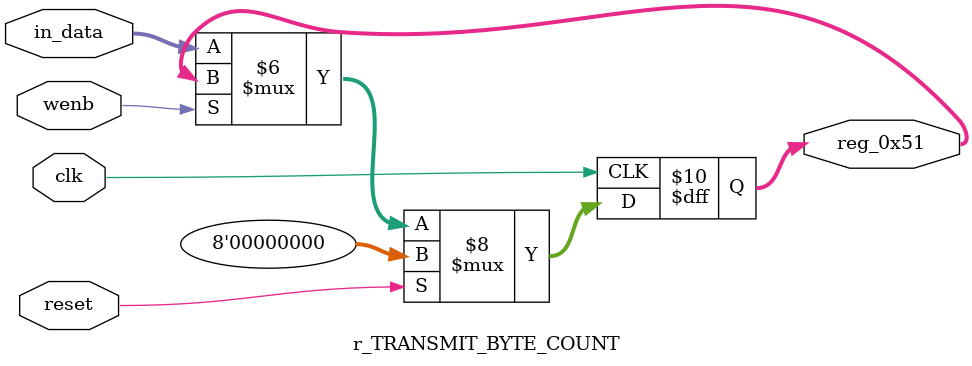
<source format=v>
module r_TRANSMIT_BYTE_COUNT(output reg [7:0] reg_0x51, input wire reset, input wire wenb, input wire [7:0] in_data, input wire clk);
	always@(posedge clk)
	begin
		if(reset==0) begin
			if(wenb==0)
				reg_0x51<=in_data;
			else
				reg_0x51<=reg_0x51;
		end
		else
			reg_0x51<=8'h00;
	end
endmodule
</source>
